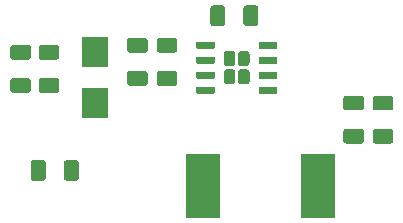
<source format=gbr>
G04 #@! TF.GenerationSoftware,KiCad,Pcbnew,(5.1.5)-3*
G04 #@! TF.CreationDate,2020-10-29T10:50:42+02:00*
G04 #@! TF.ProjectId,al8843,616c3838-3433-42e6-9b69-6361645f7063,rev?*
G04 #@! TF.SameCoordinates,Original*
G04 #@! TF.FileFunction,Paste,Top*
G04 #@! TF.FilePolarity,Positive*
%FSLAX46Y46*%
G04 Gerber Fmt 4.6, Leading zero omitted, Abs format (unit mm)*
G04 Created by KiCad (PCBNEW (5.1.5)-3) date 2020-10-29 10:50:42*
%MOMM*%
%LPD*%
G04 APERTURE LIST*
%ADD10C,0.100000*%
%ADD11R,2.300000X2.500000*%
%ADD12R,2.900000X5.400000*%
G04 APERTURE END LIST*
D10*
G36*
X130749504Y-34076204D02*
G01*
X130773773Y-34079804D01*
X130797571Y-34085765D01*
X130820671Y-34094030D01*
X130842849Y-34104520D01*
X130863893Y-34117133D01*
X130883598Y-34131747D01*
X130901777Y-34148223D01*
X130918253Y-34166402D01*
X130932867Y-34186107D01*
X130945480Y-34207151D01*
X130955970Y-34229329D01*
X130964235Y-34252429D01*
X130970196Y-34276227D01*
X130973796Y-34300496D01*
X130975000Y-34325000D01*
X130975000Y-35075000D01*
X130973796Y-35099504D01*
X130970196Y-35123773D01*
X130964235Y-35147571D01*
X130955970Y-35170671D01*
X130945480Y-35192849D01*
X130932867Y-35213893D01*
X130918253Y-35233598D01*
X130901777Y-35251777D01*
X130883598Y-35268253D01*
X130863893Y-35282867D01*
X130842849Y-35295480D01*
X130820671Y-35305970D01*
X130797571Y-35314235D01*
X130773773Y-35320196D01*
X130749504Y-35323796D01*
X130725000Y-35325000D01*
X129475000Y-35325000D01*
X129450496Y-35323796D01*
X129426227Y-35320196D01*
X129402429Y-35314235D01*
X129379329Y-35305970D01*
X129357151Y-35295480D01*
X129336107Y-35282867D01*
X129316402Y-35268253D01*
X129298223Y-35251777D01*
X129281747Y-35233598D01*
X129267133Y-35213893D01*
X129254520Y-35192849D01*
X129244030Y-35170671D01*
X129235765Y-35147571D01*
X129229804Y-35123773D01*
X129226204Y-35099504D01*
X129225000Y-35075000D01*
X129225000Y-34325000D01*
X129226204Y-34300496D01*
X129229804Y-34276227D01*
X129235765Y-34252429D01*
X129244030Y-34229329D01*
X129254520Y-34207151D01*
X129267133Y-34186107D01*
X129281747Y-34166402D01*
X129298223Y-34148223D01*
X129316402Y-34131747D01*
X129336107Y-34117133D01*
X129357151Y-34104520D01*
X129379329Y-34094030D01*
X129402429Y-34085765D01*
X129426227Y-34079804D01*
X129450496Y-34076204D01*
X129475000Y-34075000D01*
X130725000Y-34075000D01*
X130749504Y-34076204D01*
G37*
G36*
X130749504Y-36876204D02*
G01*
X130773773Y-36879804D01*
X130797571Y-36885765D01*
X130820671Y-36894030D01*
X130842849Y-36904520D01*
X130863893Y-36917133D01*
X130883598Y-36931747D01*
X130901777Y-36948223D01*
X130918253Y-36966402D01*
X130932867Y-36986107D01*
X130945480Y-37007151D01*
X130955970Y-37029329D01*
X130964235Y-37052429D01*
X130970196Y-37076227D01*
X130973796Y-37100496D01*
X130975000Y-37125000D01*
X130975000Y-37875000D01*
X130973796Y-37899504D01*
X130970196Y-37923773D01*
X130964235Y-37947571D01*
X130955970Y-37970671D01*
X130945480Y-37992849D01*
X130932867Y-38013893D01*
X130918253Y-38033598D01*
X130901777Y-38051777D01*
X130883598Y-38068253D01*
X130863893Y-38082867D01*
X130842849Y-38095480D01*
X130820671Y-38105970D01*
X130797571Y-38114235D01*
X130773773Y-38120196D01*
X130749504Y-38123796D01*
X130725000Y-38125000D01*
X129475000Y-38125000D01*
X129450496Y-38123796D01*
X129426227Y-38120196D01*
X129402429Y-38114235D01*
X129379329Y-38105970D01*
X129357151Y-38095480D01*
X129336107Y-38082867D01*
X129316402Y-38068253D01*
X129298223Y-38051777D01*
X129281747Y-38033598D01*
X129267133Y-38013893D01*
X129254520Y-37992849D01*
X129244030Y-37970671D01*
X129235765Y-37947571D01*
X129229804Y-37923773D01*
X129226204Y-37899504D01*
X129225000Y-37875000D01*
X129225000Y-37125000D01*
X129226204Y-37100496D01*
X129229804Y-37076227D01*
X129235765Y-37052429D01*
X129244030Y-37029329D01*
X129254520Y-37007151D01*
X129267133Y-36986107D01*
X129281747Y-36966402D01*
X129298223Y-36948223D01*
X129316402Y-36931747D01*
X129336107Y-36917133D01*
X129357151Y-36904520D01*
X129379329Y-36894030D01*
X129402429Y-36885765D01*
X129426227Y-36879804D01*
X129450496Y-36876204D01*
X129475000Y-36875000D01*
X130725000Y-36875000D01*
X130749504Y-36876204D01*
G37*
G36*
X128349504Y-36876204D02*
G01*
X128373773Y-36879804D01*
X128397571Y-36885765D01*
X128420671Y-36894030D01*
X128442849Y-36904520D01*
X128463893Y-36917133D01*
X128483598Y-36931747D01*
X128501777Y-36948223D01*
X128518253Y-36966402D01*
X128532867Y-36986107D01*
X128545480Y-37007151D01*
X128555970Y-37029329D01*
X128564235Y-37052429D01*
X128570196Y-37076227D01*
X128573796Y-37100496D01*
X128575000Y-37125000D01*
X128575000Y-37875000D01*
X128573796Y-37899504D01*
X128570196Y-37923773D01*
X128564235Y-37947571D01*
X128555970Y-37970671D01*
X128545480Y-37992849D01*
X128532867Y-38013893D01*
X128518253Y-38033598D01*
X128501777Y-38051777D01*
X128483598Y-38068253D01*
X128463893Y-38082867D01*
X128442849Y-38095480D01*
X128420671Y-38105970D01*
X128397571Y-38114235D01*
X128373773Y-38120196D01*
X128349504Y-38123796D01*
X128325000Y-38125000D01*
X127075000Y-38125000D01*
X127050496Y-38123796D01*
X127026227Y-38120196D01*
X127002429Y-38114235D01*
X126979329Y-38105970D01*
X126957151Y-38095480D01*
X126936107Y-38082867D01*
X126916402Y-38068253D01*
X126898223Y-38051777D01*
X126881747Y-38033598D01*
X126867133Y-38013893D01*
X126854520Y-37992849D01*
X126844030Y-37970671D01*
X126835765Y-37947571D01*
X126829804Y-37923773D01*
X126826204Y-37899504D01*
X126825000Y-37875000D01*
X126825000Y-37125000D01*
X126826204Y-37100496D01*
X126829804Y-37076227D01*
X126835765Y-37052429D01*
X126844030Y-37029329D01*
X126854520Y-37007151D01*
X126867133Y-36986107D01*
X126881747Y-36966402D01*
X126898223Y-36948223D01*
X126916402Y-36931747D01*
X126936107Y-36917133D01*
X126957151Y-36904520D01*
X126979329Y-36894030D01*
X127002429Y-36885765D01*
X127026227Y-36879804D01*
X127050496Y-36876204D01*
X127075000Y-36875000D01*
X128325000Y-36875000D01*
X128349504Y-36876204D01*
G37*
G36*
X128349504Y-34076204D02*
G01*
X128373773Y-34079804D01*
X128397571Y-34085765D01*
X128420671Y-34094030D01*
X128442849Y-34104520D01*
X128463893Y-34117133D01*
X128483598Y-34131747D01*
X128501777Y-34148223D01*
X128518253Y-34166402D01*
X128532867Y-34186107D01*
X128545480Y-34207151D01*
X128555970Y-34229329D01*
X128564235Y-34252429D01*
X128570196Y-34276227D01*
X128573796Y-34300496D01*
X128575000Y-34325000D01*
X128575000Y-35075000D01*
X128573796Y-35099504D01*
X128570196Y-35123773D01*
X128564235Y-35147571D01*
X128555970Y-35170671D01*
X128545480Y-35192849D01*
X128532867Y-35213893D01*
X128518253Y-35233598D01*
X128501777Y-35251777D01*
X128483598Y-35268253D01*
X128463893Y-35282867D01*
X128442849Y-35295480D01*
X128420671Y-35305970D01*
X128397571Y-35314235D01*
X128373773Y-35320196D01*
X128349504Y-35323796D01*
X128325000Y-35325000D01*
X127075000Y-35325000D01*
X127050496Y-35323796D01*
X127026227Y-35320196D01*
X127002429Y-35314235D01*
X126979329Y-35305970D01*
X126957151Y-35295480D01*
X126936107Y-35282867D01*
X126916402Y-35268253D01*
X126898223Y-35251777D01*
X126881747Y-35233598D01*
X126867133Y-35213893D01*
X126854520Y-35192849D01*
X126844030Y-35170671D01*
X126835765Y-35147571D01*
X126829804Y-35123773D01*
X126826204Y-35099504D01*
X126825000Y-35075000D01*
X126825000Y-34325000D01*
X126826204Y-34300496D01*
X126829804Y-34276227D01*
X126835765Y-34252429D01*
X126844030Y-34229329D01*
X126854520Y-34207151D01*
X126867133Y-34186107D01*
X126881747Y-34166402D01*
X126898223Y-34148223D01*
X126916402Y-34131747D01*
X126936107Y-34117133D01*
X126957151Y-34104520D01*
X126979329Y-34094030D01*
X127002429Y-34085765D01*
X127026227Y-34079804D01*
X127050496Y-34076204D01*
X127075000Y-34075000D01*
X128325000Y-34075000D01*
X128349504Y-34076204D01*
G37*
G36*
X140749504Y-33476204D02*
G01*
X140773773Y-33479804D01*
X140797571Y-33485765D01*
X140820671Y-33494030D01*
X140842849Y-33504520D01*
X140863893Y-33517133D01*
X140883598Y-33531747D01*
X140901777Y-33548223D01*
X140918253Y-33566402D01*
X140932867Y-33586107D01*
X140945480Y-33607151D01*
X140955970Y-33629329D01*
X140964235Y-33652429D01*
X140970196Y-33676227D01*
X140973796Y-33700496D01*
X140975000Y-33725000D01*
X140975000Y-34475000D01*
X140973796Y-34499504D01*
X140970196Y-34523773D01*
X140964235Y-34547571D01*
X140955970Y-34570671D01*
X140945480Y-34592849D01*
X140932867Y-34613893D01*
X140918253Y-34633598D01*
X140901777Y-34651777D01*
X140883598Y-34668253D01*
X140863893Y-34682867D01*
X140842849Y-34695480D01*
X140820671Y-34705970D01*
X140797571Y-34714235D01*
X140773773Y-34720196D01*
X140749504Y-34723796D01*
X140725000Y-34725000D01*
X139475000Y-34725000D01*
X139450496Y-34723796D01*
X139426227Y-34720196D01*
X139402429Y-34714235D01*
X139379329Y-34705970D01*
X139357151Y-34695480D01*
X139336107Y-34682867D01*
X139316402Y-34668253D01*
X139298223Y-34651777D01*
X139281747Y-34633598D01*
X139267133Y-34613893D01*
X139254520Y-34592849D01*
X139244030Y-34570671D01*
X139235765Y-34547571D01*
X139229804Y-34523773D01*
X139226204Y-34499504D01*
X139225000Y-34475000D01*
X139225000Y-33725000D01*
X139226204Y-33700496D01*
X139229804Y-33676227D01*
X139235765Y-33652429D01*
X139244030Y-33629329D01*
X139254520Y-33607151D01*
X139267133Y-33586107D01*
X139281747Y-33566402D01*
X139298223Y-33548223D01*
X139316402Y-33531747D01*
X139336107Y-33517133D01*
X139357151Y-33504520D01*
X139379329Y-33494030D01*
X139402429Y-33485765D01*
X139426227Y-33479804D01*
X139450496Y-33476204D01*
X139475000Y-33475000D01*
X140725000Y-33475000D01*
X140749504Y-33476204D01*
G37*
G36*
X140749504Y-36276204D02*
G01*
X140773773Y-36279804D01*
X140797571Y-36285765D01*
X140820671Y-36294030D01*
X140842849Y-36304520D01*
X140863893Y-36317133D01*
X140883598Y-36331747D01*
X140901777Y-36348223D01*
X140918253Y-36366402D01*
X140932867Y-36386107D01*
X140945480Y-36407151D01*
X140955970Y-36429329D01*
X140964235Y-36452429D01*
X140970196Y-36476227D01*
X140973796Y-36500496D01*
X140975000Y-36525000D01*
X140975000Y-37275000D01*
X140973796Y-37299504D01*
X140970196Y-37323773D01*
X140964235Y-37347571D01*
X140955970Y-37370671D01*
X140945480Y-37392849D01*
X140932867Y-37413893D01*
X140918253Y-37433598D01*
X140901777Y-37451777D01*
X140883598Y-37468253D01*
X140863893Y-37482867D01*
X140842849Y-37495480D01*
X140820671Y-37505970D01*
X140797571Y-37514235D01*
X140773773Y-37520196D01*
X140749504Y-37523796D01*
X140725000Y-37525000D01*
X139475000Y-37525000D01*
X139450496Y-37523796D01*
X139426227Y-37520196D01*
X139402429Y-37514235D01*
X139379329Y-37505970D01*
X139357151Y-37495480D01*
X139336107Y-37482867D01*
X139316402Y-37468253D01*
X139298223Y-37451777D01*
X139281747Y-37433598D01*
X139267133Y-37413893D01*
X139254520Y-37392849D01*
X139244030Y-37370671D01*
X139235765Y-37347571D01*
X139229804Y-37323773D01*
X139226204Y-37299504D01*
X139225000Y-37275000D01*
X139225000Y-36525000D01*
X139226204Y-36500496D01*
X139229804Y-36476227D01*
X139235765Y-36452429D01*
X139244030Y-36429329D01*
X139254520Y-36407151D01*
X139267133Y-36386107D01*
X139281747Y-36366402D01*
X139298223Y-36348223D01*
X139316402Y-36331747D01*
X139336107Y-36317133D01*
X139357151Y-36304520D01*
X139379329Y-36294030D01*
X139402429Y-36285765D01*
X139426227Y-36279804D01*
X139450496Y-36276204D01*
X139475000Y-36275000D01*
X140725000Y-36275000D01*
X140749504Y-36276204D01*
G37*
G36*
X138249504Y-33476204D02*
G01*
X138273773Y-33479804D01*
X138297571Y-33485765D01*
X138320671Y-33494030D01*
X138342849Y-33504520D01*
X138363893Y-33517133D01*
X138383598Y-33531747D01*
X138401777Y-33548223D01*
X138418253Y-33566402D01*
X138432867Y-33586107D01*
X138445480Y-33607151D01*
X138455970Y-33629329D01*
X138464235Y-33652429D01*
X138470196Y-33676227D01*
X138473796Y-33700496D01*
X138475000Y-33725000D01*
X138475000Y-34475000D01*
X138473796Y-34499504D01*
X138470196Y-34523773D01*
X138464235Y-34547571D01*
X138455970Y-34570671D01*
X138445480Y-34592849D01*
X138432867Y-34613893D01*
X138418253Y-34633598D01*
X138401777Y-34651777D01*
X138383598Y-34668253D01*
X138363893Y-34682867D01*
X138342849Y-34695480D01*
X138320671Y-34705970D01*
X138297571Y-34714235D01*
X138273773Y-34720196D01*
X138249504Y-34723796D01*
X138225000Y-34725000D01*
X136975000Y-34725000D01*
X136950496Y-34723796D01*
X136926227Y-34720196D01*
X136902429Y-34714235D01*
X136879329Y-34705970D01*
X136857151Y-34695480D01*
X136836107Y-34682867D01*
X136816402Y-34668253D01*
X136798223Y-34651777D01*
X136781747Y-34633598D01*
X136767133Y-34613893D01*
X136754520Y-34592849D01*
X136744030Y-34570671D01*
X136735765Y-34547571D01*
X136729804Y-34523773D01*
X136726204Y-34499504D01*
X136725000Y-34475000D01*
X136725000Y-33725000D01*
X136726204Y-33700496D01*
X136729804Y-33676227D01*
X136735765Y-33652429D01*
X136744030Y-33629329D01*
X136754520Y-33607151D01*
X136767133Y-33586107D01*
X136781747Y-33566402D01*
X136798223Y-33548223D01*
X136816402Y-33531747D01*
X136836107Y-33517133D01*
X136857151Y-33504520D01*
X136879329Y-33494030D01*
X136902429Y-33485765D01*
X136926227Y-33479804D01*
X136950496Y-33476204D01*
X136975000Y-33475000D01*
X138225000Y-33475000D01*
X138249504Y-33476204D01*
G37*
G36*
X138249504Y-36276204D02*
G01*
X138273773Y-36279804D01*
X138297571Y-36285765D01*
X138320671Y-36294030D01*
X138342849Y-36304520D01*
X138363893Y-36317133D01*
X138383598Y-36331747D01*
X138401777Y-36348223D01*
X138418253Y-36366402D01*
X138432867Y-36386107D01*
X138445480Y-36407151D01*
X138455970Y-36429329D01*
X138464235Y-36452429D01*
X138470196Y-36476227D01*
X138473796Y-36500496D01*
X138475000Y-36525000D01*
X138475000Y-37275000D01*
X138473796Y-37299504D01*
X138470196Y-37323773D01*
X138464235Y-37347571D01*
X138455970Y-37370671D01*
X138445480Y-37392849D01*
X138432867Y-37413893D01*
X138418253Y-37433598D01*
X138401777Y-37451777D01*
X138383598Y-37468253D01*
X138363893Y-37482867D01*
X138342849Y-37495480D01*
X138320671Y-37505970D01*
X138297571Y-37514235D01*
X138273773Y-37520196D01*
X138249504Y-37523796D01*
X138225000Y-37525000D01*
X136975000Y-37525000D01*
X136950496Y-37523796D01*
X136926227Y-37520196D01*
X136902429Y-37514235D01*
X136879329Y-37505970D01*
X136857151Y-37495480D01*
X136836107Y-37482867D01*
X136816402Y-37468253D01*
X136798223Y-37451777D01*
X136781747Y-37433598D01*
X136767133Y-37413893D01*
X136754520Y-37392849D01*
X136744030Y-37370671D01*
X136735765Y-37347571D01*
X136729804Y-37323773D01*
X136726204Y-37299504D01*
X136725000Y-37275000D01*
X136725000Y-36525000D01*
X136726204Y-36500496D01*
X136729804Y-36476227D01*
X136735765Y-36452429D01*
X136744030Y-36429329D01*
X136754520Y-36407151D01*
X136767133Y-36386107D01*
X136781747Y-36366402D01*
X136798223Y-36348223D01*
X136816402Y-36331747D01*
X136836107Y-36317133D01*
X136857151Y-36304520D01*
X136879329Y-36294030D01*
X136902429Y-36285765D01*
X136926227Y-36279804D01*
X136950496Y-36276204D01*
X136975000Y-36275000D01*
X138225000Y-36275000D01*
X138249504Y-36276204D01*
G37*
G36*
X156549504Y-41176204D02*
G01*
X156573773Y-41179804D01*
X156597571Y-41185765D01*
X156620671Y-41194030D01*
X156642849Y-41204520D01*
X156663893Y-41217133D01*
X156683598Y-41231747D01*
X156701777Y-41248223D01*
X156718253Y-41266402D01*
X156732867Y-41286107D01*
X156745480Y-41307151D01*
X156755970Y-41329329D01*
X156764235Y-41352429D01*
X156770196Y-41376227D01*
X156773796Y-41400496D01*
X156775000Y-41425000D01*
X156775000Y-42175000D01*
X156773796Y-42199504D01*
X156770196Y-42223773D01*
X156764235Y-42247571D01*
X156755970Y-42270671D01*
X156745480Y-42292849D01*
X156732867Y-42313893D01*
X156718253Y-42333598D01*
X156701777Y-42351777D01*
X156683598Y-42368253D01*
X156663893Y-42382867D01*
X156642849Y-42395480D01*
X156620671Y-42405970D01*
X156597571Y-42414235D01*
X156573773Y-42420196D01*
X156549504Y-42423796D01*
X156525000Y-42425000D01*
X155275000Y-42425000D01*
X155250496Y-42423796D01*
X155226227Y-42420196D01*
X155202429Y-42414235D01*
X155179329Y-42405970D01*
X155157151Y-42395480D01*
X155136107Y-42382867D01*
X155116402Y-42368253D01*
X155098223Y-42351777D01*
X155081747Y-42333598D01*
X155067133Y-42313893D01*
X155054520Y-42292849D01*
X155044030Y-42270671D01*
X155035765Y-42247571D01*
X155029804Y-42223773D01*
X155026204Y-42199504D01*
X155025000Y-42175000D01*
X155025000Y-41425000D01*
X155026204Y-41400496D01*
X155029804Y-41376227D01*
X155035765Y-41352429D01*
X155044030Y-41329329D01*
X155054520Y-41307151D01*
X155067133Y-41286107D01*
X155081747Y-41266402D01*
X155098223Y-41248223D01*
X155116402Y-41231747D01*
X155136107Y-41217133D01*
X155157151Y-41204520D01*
X155179329Y-41194030D01*
X155202429Y-41185765D01*
X155226227Y-41179804D01*
X155250496Y-41176204D01*
X155275000Y-41175000D01*
X156525000Y-41175000D01*
X156549504Y-41176204D01*
G37*
G36*
X156549504Y-38376204D02*
G01*
X156573773Y-38379804D01*
X156597571Y-38385765D01*
X156620671Y-38394030D01*
X156642849Y-38404520D01*
X156663893Y-38417133D01*
X156683598Y-38431747D01*
X156701777Y-38448223D01*
X156718253Y-38466402D01*
X156732867Y-38486107D01*
X156745480Y-38507151D01*
X156755970Y-38529329D01*
X156764235Y-38552429D01*
X156770196Y-38576227D01*
X156773796Y-38600496D01*
X156775000Y-38625000D01*
X156775000Y-39375000D01*
X156773796Y-39399504D01*
X156770196Y-39423773D01*
X156764235Y-39447571D01*
X156755970Y-39470671D01*
X156745480Y-39492849D01*
X156732867Y-39513893D01*
X156718253Y-39533598D01*
X156701777Y-39551777D01*
X156683598Y-39568253D01*
X156663893Y-39582867D01*
X156642849Y-39595480D01*
X156620671Y-39605970D01*
X156597571Y-39614235D01*
X156573773Y-39620196D01*
X156549504Y-39623796D01*
X156525000Y-39625000D01*
X155275000Y-39625000D01*
X155250496Y-39623796D01*
X155226227Y-39620196D01*
X155202429Y-39614235D01*
X155179329Y-39605970D01*
X155157151Y-39595480D01*
X155136107Y-39582867D01*
X155116402Y-39568253D01*
X155098223Y-39551777D01*
X155081747Y-39533598D01*
X155067133Y-39513893D01*
X155054520Y-39492849D01*
X155044030Y-39470671D01*
X155035765Y-39447571D01*
X155029804Y-39423773D01*
X155026204Y-39399504D01*
X155025000Y-39375000D01*
X155025000Y-38625000D01*
X155026204Y-38600496D01*
X155029804Y-38576227D01*
X155035765Y-38552429D01*
X155044030Y-38529329D01*
X155054520Y-38507151D01*
X155067133Y-38486107D01*
X155081747Y-38466402D01*
X155098223Y-38448223D01*
X155116402Y-38431747D01*
X155136107Y-38417133D01*
X155157151Y-38404520D01*
X155179329Y-38394030D01*
X155202429Y-38385765D01*
X155226227Y-38379804D01*
X155250496Y-38376204D01*
X155275000Y-38375000D01*
X156525000Y-38375000D01*
X156549504Y-38376204D01*
G37*
G36*
X159049504Y-41176204D02*
G01*
X159073773Y-41179804D01*
X159097571Y-41185765D01*
X159120671Y-41194030D01*
X159142849Y-41204520D01*
X159163893Y-41217133D01*
X159183598Y-41231747D01*
X159201777Y-41248223D01*
X159218253Y-41266402D01*
X159232867Y-41286107D01*
X159245480Y-41307151D01*
X159255970Y-41329329D01*
X159264235Y-41352429D01*
X159270196Y-41376227D01*
X159273796Y-41400496D01*
X159275000Y-41425000D01*
X159275000Y-42175000D01*
X159273796Y-42199504D01*
X159270196Y-42223773D01*
X159264235Y-42247571D01*
X159255970Y-42270671D01*
X159245480Y-42292849D01*
X159232867Y-42313893D01*
X159218253Y-42333598D01*
X159201777Y-42351777D01*
X159183598Y-42368253D01*
X159163893Y-42382867D01*
X159142849Y-42395480D01*
X159120671Y-42405970D01*
X159097571Y-42414235D01*
X159073773Y-42420196D01*
X159049504Y-42423796D01*
X159025000Y-42425000D01*
X157775000Y-42425000D01*
X157750496Y-42423796D01*
X157726227Y-42420196D01*
X157702429Y-42414235D01*
X157679329Y-42405970D01*
X157657151Y-42395480D01*
X157636107Y-42382867D01*
X157616402Y-42368253D01*
X157598223Y-42351777D01*
X157581747Y-42333598D01*
X157567133Y-42313893D01*
X157554520Y-42292849D01*
X157544030Y-42270671D01*
X157535765Y-42247571D01*
X157529804Y-42223773D01*
X157526204Y-42199504D01*
X157525000Y-42175000D01*
X157525000Y-41425000D01*
X157526204Y-41400496D01*
X157529804Y-41376227D01*
X157535765Y-41352429D01*
X157544030Y-41329329D01*
X157554520Y-41307151D01*
X157567133Y-41286107D01*
X157581747Y-41266402D01*
X157598223Y-41248223D01*
X157616402Y-41231747D01*
X157636107Y-41217133D01*
X157657151Y-41204520D01*
X157679329Y-41194030D01*
X157702429Y-41185765D01*
X157726227Y-41179804D01*
X157750496Y-41176204D01*
X157775000Y-41175000D01*
X159025000Y-41175000D01*
X159049504Y-41176204D01*
G37*
G36*
X159049504Y-38376204D02*
G01*
X159073773Y-38379804D01*
X159097571Y-38385765D01*
X159120671Y-38394030D01*
X159142849Y-38404520D01*
X159163893Y-38417133D01*
X159183598Y-38431747D01*
X159201777Y-38448223D01*
X159218253Y-38466402D01*
X159232867Y-38486107D01*
X159245480Y-38507151D01*
X159255970Y-38529329D01*
X159264235Y-38552429D01*
X159270196Y-38576227D01*
X159273796Y-38600496D01*
X159275000Y-38625000D01*
X159275000Y-39375000D01*
X159273796Y-39399504D01*
X159270196Y-39423773D01*
X159264235Y-39447571D01*
X159255970Y-39470671D01*
X159245480Y-39492849D01*
X159232867Y-39513893D01*
X159218253Y-39533598D01*
X159201777Y-39551777D01*
X159183598Y-39568253D01*
X159163893Y-39582867D01*
X159142849Y-39595480D01*
X159120671Y-39605970D01*
X159097571Y-39614235D01*
X159073773Y-39620196D01*
X159049504Y-39623796D01*
X159025000Y-39625000D01*
X157775000Y-39625000D01*
X157750496Y-39623796D01*
X157726227Y-39620196D01*
X157702429Y-39614235D01*
X157679329Y-39605970D01*
X157657151Y-39595480D01*
X157636107Y-39582867D01*
X157616402Y-39568253D01*
X157598223Y-39551777D01*
X157581747Y-39533598D01*
X157567133Y-39513893D01*
X157554520Y-39492849D01*
X157544030Y-39470671D01*
X157535765Y-39447571D01*
X157529804Y-39423773D01*
X157526204Y-39399504D01*
X157525000Y-39375000D01*
X157525000Y-38625000D01*
X157526204Y-38600496D01*
X157529804Y-38576227D01*
X157535765Y-38552429D01*
X157544030Y-38529329D01*
X157554520Y-38507151D01*
X157567133Y-38486107D01*
X157581747Y-38466402D01*
X157598223Y-38448223D01*
X157616402Y-38431747D01*
X157636107Y-38417133D01*
X157657151Y-38404520D01*
X157679329Y-38394030D01*
X157702429Y-38385765D01*
X157726227Y-38379804D01*
X157750496Y-38376204D01*
X157775000Y-38375000D01*
X159025000Y-38375000D01*
X159049504Y-38376204D01*
G37*
D11*
X134000000Y-34700000D03*
X134000000Y-39000000D03*
D12*
X152850000Y-46000000D03*
X143150000Y-46000000D03*
D10*
G36*
X132399504Y-43826204D02*
G01*
X132423773Y-43829804D01*
X132447571Y-43835765D01*
X132470671Y-43844030D01*
X132492849Y-43854520D01*
X132513893Y-43867133D01*
X132533598Y-43881747D01*
X132551777Y-43898223D01*
X132568253Y-43916402D01*
X132582867Y-43936107D01*
X132595480Y-43957151D01*
X132605970Y-43979329D01*
X132614235Y-44002429D01*
X132620196Y-44026227D01*
X132623796Y-44050496D01*
X132625000Y-44075000D01*
X132625000Y-45325000D01*
X132623796Y-45349504D01*
X132620196Y-45373773D01*
X132614235Y-45397571D01*
X132605970Y-45420671D01*
X132595480Y-45442849D01*
X132582867Y-45463893D01*
X132568253Y-45483598D01*
X132551777Y-45501777D01*
X132533598Y-45518253D01*
X132513893Y-45532867D01*
X132492849Y-45545480D01*
X132470671Y-45555970D01*
X132447571Y-45564235D01*
X132423773Y-45570196D01*
X132399504Y-45573796D01*
X132375000Y-45575000D01*
X131625000Y-45575000D01*
X131600496Y-45573796D01*
X131576227Y-45570196D01*
X131552429Y-45564235D01*
X131529329Y-45555970D01*
X131507151Y-45545480D01*
X131486107Y-45532867D01*
X131466402Y-45518253D01*
X131448223Y-45501777D01*
X131431747Y-45483598D01*
X131417133Y-45463893D01*
X131404520Y-45442849D01*
X131394030Y-45420671D01*
X131385765Y-45397571D01*
X131379804Y-45373773D01*
X131376204Y-45349504D01*
X131375000Y-45325000D01*
X131375000Y-44075000D01*
X131376204Y-44050496D01*
X131379804Y-44026227D01*
X131385765Y-44002429D01*
X131394030Y-43979329D01*
X131404520Y-43957151D01*
X131417133Y-43936107D01*
X131431747Y-43916402D01*
X131448223Y-43898223D01*
X131466402Y-43881747D01*
X131486107Y-43867133D01*
X131507151Y-43854520D01*
X131529329Y-43844030D01*
X131552429Y-43835765D01*
X131576227Y-43829804D01*
X131600496Y-43826204D01*
X131625000Y-43825000D01*
X132375000Y-43825000D01*
X132399504Y-43826204D01*
G37*
G36*
X129599504Y-43826204D02*
G01*
X129623773Y-43829804D01*
X129647571Y-43835765D01*
X129670671Y-43844030D01*
X129692849Y-43854520D01*
X129713893Y-43867133D01*
X129733598Y-43881747D01*
X129751777Y-43898223D01*
X129768253Y-43916402D01*
X129782867Y-43936107D01*
X129795480Y-43957151D01*
X129805970Y-43979329D01*
X129814235Y-44002429D01*
X129820196Y-44026227D01*
X129823796Y-44050496D01*
X129825000Y-44075000D01*
X129825000Y-45325000D01*
X129823796Y-45349504D01*
X129820196Y-45373773D01*
X129814235Y-45397571D01*
X129805970Y-45420671D01*
X129795480Y-45442849D01*
X129782867Y-45463893D01*
X129768253Y-45483598D01*
X129751777Y-45501777D01*
X129733598Y-45518253D01*
X129713893Y-45532867D01*
X129692849Y-45545480D01*
X129670671Y-45555970D01*
X129647571Y-45564235D01*
X129623773Y-45570196D01*
X129599504Y-45573796D01*
X129575000Y-45575000D01*
X128825000Y-45575000D01*
X128800496Y-45573796D01*
X128776227Y-45570196D01*
X128752429Y-45564235D01*
X128729329Y-45555970D01*
X128707151Y-45545480D01*
X128686107Y-45532867D01*
X128666402Y-45518253D01*
X128648223Y-45501777D01*
X128631747Y-45483598D01*
X128617133Y-45463893D01*
X128604520Y-45442849D01*
X128594030Y-45420671D01*
X128585765Y-45397571D01*
X128579804Y-45373773D01*
X128576204Y-45349504D01*
X128575000Y-45325000D01*
X128575000Y-44075000D01*
X128576204Y-44050496D01*
X128579804Y-44026227D01*
X128585765Y-44002429D01*
X128594030Y-43979329D01*
X128604520Y-43957151D01*
X128617133Y-43936107D01*
X128631747Y-43916402D01*
X128648223Y-43898223D01*
X128666402Y-43881747D01*
X128686107Y-43867133D01*
X128707151Y-43854520D01*
X128729329Y-43844030D01*
X128752429Y-43835765D01*
X128776227Y-43829804D01*
X128800496Y-43826204D01*
X128825000Y-43825000D01*
X129575000Y-43825000D01*
X129599504Y-43826204D01*
G37*
G36*
X147599504Y-30726204D02*
G01*
X147623773Y-30729804D01*
X147647571Y-30735765D01*
X147670671Y-30744030D01*
X147692849Y-30754520D01*
X147713893Y-30767133D01*
X147733598Y-30781747D01*
X147751777Y-30798223D01*
X147768253Y-30816402D01*
X147782867Y-30836107D01*
X147795480Y-30857151D01*
X147805970Y-30879329D01*
X147814235Y-30902429D01*
X147820196Y-30926227D01*
X147823796Y-30950496D01*
X147825000Y-30975000D01*
X147825000Y-32225000D01*
X147823796Y-32249504D01*
X147820196Y-32273773D01*
X147814235Y-32297571D01*
X147805970Y-32320671D01*
X147795480Y-32342849D01*
X147782867Y-32363893D01*
X147768253Y-32383598D01*
X147751777Y-32401777D01*
X147733598Y-32418253D01*
X147713893Y-32432867D01*
X147692849Y-32445480D01*
X147670671Y-32455970D01*
X147647571Y-32464235D01*
X147623773Y-32470196D01*
X147599504Y-32473796D01*
X147575000Y-32475000D01*
X146825000Y-32475000D01*
X146800496Y-32473796D01*
X146776227Y-32470196D01*
X146752429Y-32464235D01*
X146729329Y-32455970D01*
X146707151Y-32445480D01*
X146686107Y-32432867D01*
X146666402Y-32418253D01*
X146648223Y-32401777D01*
X146631747Y-32383598D01*
X146617133Y-32363893D01*
X146604520Y-32342849D01*
X146594030Y-32320671D01*
X146585765Y-32297571D01*
X146579804Y-32273773D01*
X146576204Y-32249504D01*
X146575000Y-32225000D01*
X146575000Y-30975000D01*
X146576204Y-30950496D01*
X146579804Y-30926227D01*
X146585765Y-30902429D01*
X146594030Y-30879329D01*
X146604520Y-30857151D01*
X146617133Y-30836107D01*
X146631747Y-30816402D01*
X146648223Y-30798223D01*
X146666402Y-30781747D01*
X146686107Y-30767133D01*
X146707151Y-30754520D01*
X146729329Y-30744030D01*
X146752429Y-30735765D01*
X146776227Y-30729804D01*
X146800496Y-30726204D01*
X146825000Y-30725000D01*
X147575000Y-30725000D01*
X147599504Y-30726204D01*
G37*
G36*
X144799504Y-30726204D02*
G01*
X144823773Y-30729804D01*
X144847571Y-30735765D01*
X144870671Y-30744030D01*
X144892849Y-30754520D01*
X144913893Y-30767133D01*
X144933598Y-30781747D01*
X144951777Y-30798223D01*
X144968253Y-30816402D01*
X144982867Y-30836107D01*
X144995480Y-30857151D01*
X145005970Y-30879329D01*
X145014235Y-30902429D01*
X145020196Y-30926227D01*
X145023796Y-30950496D01*
X145025000Y-30975000D01*
X145025000Y-32225000D01*
X145023796Y-32249504D01*
X145020196Y-32273773D01*
X145014235Y-32297571D01*
X145005970Y-32320671D01*
X144995480Y-32342849D01*
X144982867Y-32363893D01*
X144968253Y-32383598D01*
X144951777Y-32401777D01*
X144933598Y-32418253D01*
X144913893Y-32432867D01*
X144892849Y-32445480D01*
X144870671Y-32455970D01*
X144847571Y-32464235D01*
X144823773Y-32470196D01*
X144799504Y-32473796D01*
X144775000Y-32475000D01*
X144025000Y-32475000D01*
X144000496Y-32473796D01*
X143976227Y-32470196D01*
X143952429Y-32464235D01*
X143929329Y-32455970D01*
X143907151Y-32445480D01*
X143886107Y-32432867D01*
X143866402Y-32418253D01*
X143848223Y-32401777D01*
X143831747Y-32383598D01*
X143817133Y-32363893D01*
X143804520Y-32342849D01*
X143794030Y-32320671D01*
X143785765Y-32297571D01*
X143779804Y-32273773D01*
X143776204Y-32249504D01*
X143775000Y-32225000D01*
X143775000Y-30975000D01*
X143776204Y-30950496D01*
X143779804Y-30926227D01*
X143785765Y-30902429D01*
X143794030Y-30879329D01*
X143804520Y-30857151D01*
X143817133Y-30836107D01*
X143831747Y-30816402D01*
X143848223Y-30798223D01*
X143866402Y-30781747D01*
X143886107Y-30767133D01*
X143907151Y-30754520D01*
X143929329Y-30744030D01*
X143952429Y-30735765D01*
X143976227Y-30729804D01*
X144000496Y-30726204D01*
X144025000Y-30725000D01*
X144775000Y-30725000D01*
X144799504Y-30726204D01*
G37*
G36*
X146866269Y-36151168D02*
G01*
X146889809Y-36154660D01*
X146912894Y-36160442D01*
X146935301Y-36168459D01*
X146956814Y-36178634D01*
X146977226Y-36190869D01*
X146996340Y-36205045D01*
X147013973Y-36221027D01*
X147029955Y-36238660D01*
X147044131Y-36257774D01*
X147056366Y-36278186D01*
X147066541Y-36299699D01*
X147074558Y-36322106D01*
X147080340Y-36345191D01*
X147083832Y-36368731D01*
X147085000Y-36392500D01*
X147085000Y-37157500D01*
X147083832Y-37181269D01*
X147080340Y-37204809D01*
X147074558Y-37227894D01*
X147066541Y-37250301D01*
X147056366Y-37271814D01*
X147044131Y-37292226D01*
X147029955Y-37311340D01*
X147013973Y-37328973D01*
X146996340Y-37344955D01*
X146977226Y-37359131D01*
X146956814Y-37371366D01*
X146935301Y-37381541D01*
X146912894Y-37389558D01*
X146889809Y-37395340D01*
X146866269Y-37398832D01*
X146842500Y-37400000D01*
X146357500Y-37400000D01*
X146333731Y-37398832D01*
X146310191Y-37395340D01*
X146287106Y-37389558D01*
X146264699Y-37381541D01*
X146243186Y-37371366D01*
X146222774Y-37359131D01*
X146203660Y-37344955D01*
X146186027Y-37328973D01*
X146170045Y-37311340D01*
X146155869Y-37292226D01*
X146143634Y-37271814D01*
X146133459Y-37250301D01*
X146125442Y-37227894D01*
X146119660Y-37204809D01*
X146116168Y-37181269D01*
X146115000Y-37157500D01*
X146115000Y-36392500D01*
X146116168Y-36368731D01*
X146119660Y-36345191D01*
X146125442Y-36322106D01*
X146133459Y-36299699D01*
X146143634Y-36278186D01*
X146155869Y-36257774D01*
X146170045Y-36238660D01*
X146186027Y-36221027D01*
X146203660Y-36205045D01*
X146222774Y-36190869D01*
X146243186Y-36178634D01*
X146264699Y-36168459D01*
X146287106Y-36160442D01*
X146310191Y-36154660D01*
X146333731Y-36151168D01*
X146357500Y-36150000D01*
X146842500Y-36150000D01*
X146866269Y-36151168D01*
G37*
G36*
X146866269Y-34601168D02*
G01*
X146889809Y-34604660D01*
X146912894Y-34610442D01*
X146935301Y-34618459D01*
X146956814Y-34628634D01*
X146977226Y-34640869D01*
X146996340Y-34655045D01*
X147013973Y-34671027D01*
X147029955Y-34688660D01*
X147044131Y-34707774D01*
X147056366Y-34728186D01*
X147066541Y-34749699D01*
X147074558Y-34772106D01*
X147080340Y-34795191D01*
X147083832Y-34818731D01*
X147085000Y-34842500D01*
X147085000Y-35607500D01*
X147083832Y-35631269D01*
X147080340Y-35654809D01*
X147074558Y-35677894D01*
X147066541Y-35700301D01*
X147056366Y-35721814D01*
X147044131Y-35742226D01*
X147029955Y-35761340D01*
X147013973Y-35778973D01*
X146996340Y-35794955D01*
X146977226Y-35809131D01*
X146956814Y-35821366D01*
X146935301Y-35831541D01*
X146912894Y-35839558D01*
X146889809Y-35845340D01*
X146866269Y-35848832D01*
X146842500Y-35850000D01*
X146357500Y-35850000D01*
X146333731Y-35848832D01*
X146310191Y-35845340D01*
X146287106Y-35839558D01*
X146264699Y-35831541D01*
X146243186Y-35821366D01*
X146222774Y-35809131D01*
X146203660Y-35794955D01*
X146186027Y-35778973D01*
X146170045Y-35761340D01*
X146155869Y-35742226D01*
X146143634Y-35721814D01*
X146133459Y-35700301D01*
X146125442Y-35677894D01*
X146119660Y-35654809D01*
X146116168Y-35631269D01*
X146115000Y-35607500D01*
X146115000Y-34842500D01*
X146116168Y-34818731D01*
X146119660Y-34795191D01*
X146125442Y-34772106D01*
X146133459Y-34749699D01*
X146143634Y-34728186D01*
X146155869Y-34707774D01*
X146170045Y-34688660D01*
X146186027Y-34671027D01*
X146203660Y-34655045D01*
X146222774Y-34640869D01*
X146243186Y-34628634D01*
X146264699Y-34618459D01*
X146287106Y-34610442D01*
X146310191Y-34604660D01*
X146333731Y-34601168D01*
X146357500Y-34600000D01*
X146842500Y-34600000D01*
X146866269Y-34601168D01*
G37*
G36*
X145666269Y-36151168D02*
G01*
X145689809Y-36154660D01*
X145712894Y-36160442D01*
X145735301Y-36168459D01*
X145756814Y-36178634D01*
X145777226Y-36190869D01*
X145796340Y-36205045D01*
X145813973Y-36221027D01*
X145829955Y-36238660D01*
X145844131Y-36257774D01*
X145856366Y-36278186D01*
X145866541Y-36299699D01*
X145874558Y-36322106D01*
X145880340Y-36345191D01*
X145883832Y-36368731D01*
X145885000Y-36392500D01*
X145885000Y-37157500D01*
X145883832Y-37181269D01*
X145880340Y-37204809D01*
X145874558Y-37227894D01*
X145866541Y-37250301D01*
X145856366Y-37271814D01*
X145844131Y-37292226D01*
X145829955Y-37311340D01*
X145813973Y-37328973D01*
X145796340Y-37344955D01*
X145777226Y-37359131D01*
X145756814Y-37371366D01*
X145735301Y-37381541D01*
X145712894Y-37389558D01*
X145689809Y-37395340D01*
X145666269Y-37398832D01*
X145642500Y-37400000D01*
X145157500Y-37400000D01*
X145133731Y-37398832D01*
X145110191Y-37395340D01*
X145087106Y-37389558D01*
X145064699Y-37381541D01*
X145043186Y-37371366D01*
X145022774Y-37359131D01*
X145003660Y-37344955D01*
X144986027Y-37328973D01*
X144970045Y-37311340D01*
X144955869Y-37292226D01*
X144943634Y-37271814D01*
X144933459Y-37250301D01*
X144925442Y-37227894D01*
X144919660Y-37204809D01*
X144916168Y-37181269D01*
X144915000Y-37157500D01*
X144915000Y-36392500D01*
X144916168Y-36368731D01*
X144919660Y-36345191D01*
X144925442Y-36322106D01*
X144933459Y-36299699D01*
X144943634Y-36278186D01*
X144955869Y-36257774D01*
X144970045Y-36238660D01*
X144986027Y-36221027D01*
X145003660Y-36205045D01*
X145022774Y-36190869D01*
X145043186Y-36178634D01*
X145064699Y-36168459D01*
X145087106Y-36160442D01*
X145110191Y-36154660D01*
X145133731Y-36151168D01*
X145157500Y-36150000D01*
X145642500Y-36150000D01*
X145666269Y-36151168D01*
G37*
G36*
X145666269Y-34601168D02*
G01*
X145689809Y-34604660D01*
X145712894Y-34610442D01*
X145735301Y-34618459D01*
X145756814Y-34628634D01*
X145777226Y-34640869D01*
X145796340Y-34655045D01*
X145813973Y-34671027D01*
X145829955Y-34688660D01*
X145844131Y-34707774D01*
X145856366Y-34728186D01*
X145866541Y-34749699D01*
X145874558Y-34772106D01*
X145880340Y-34795191D01*
X145883832Y-34818731D01*
X145885000Y-34842500D01*
X145885000Y-35607500D01*
X145883832Y-35631269D01*
X145880340Y-35654809D01*
X145874558Y-35677894D01*
X145866541Y-35700301D01*
X145856366Y-35721814D01*
X145844131Y-35742226D01*
X145829955Y-35761340D01*
X145813973Y-35778973D01*
X145796340Y-35794955D01*
X145777226Y-35809131D01*
X145756814Y-35821366D01*
X145735301Y-35831541D01*
X145712894Y-35839558D01*
X145689809Y-35845340D01*
X145666269Y-35848832D01*
X145642500Y-35850000D01*
X145157500Y-35850000D01*
X145133731Y-35848832D01*
X145110191Y-35845340D01*
X145087106Y-35839558D01*
X145064699Y-35831541D01*
X145043186Y-35821366D01*
X145022774Y-35809131D01*
X145003660Y-35794955D01*
X144986027Y-35778973D01*
X144970045Y-35761340D01*
X144955869Y-35742226D01*
X144943634Y-35721814D01*
X144933459Y-35700301D01*
X144925442Y-35677894D01*
X144919660Y-35654809D01*
X144916168Y-35631269D01*
X144915000Y-35607500D01*
X144915000Y-34842500D01*
X144916168Y-34818731D01*
X144919660Y-34795191D01*
X144925442Y-34772106D01*
X144933459Y-34749699D01*
X144943634Y-34728186D01*
X144955869Y-34707774D01*
X144970045Y-34688660D01*
X144986027Y-34671027D01*
X145003660Y-34655045D01*
X145022774Y-34640869D01*
X145043186Y-34628634D01*
X145064699Y-34618459D01*
X145087106Y-34610442D01*
X145110191Y-34604660D01*
X145133731Y-34601168D01*
X145157500Y-34600000D01*
X145642500Y-34600000D01*
X145666269Y-34601168D01*
G37*
G36*
X149314703Y-37605722D02*
G01*
X149329264Y-37607882D01*
X149343543Y-37611459D01*
X149357403Y-37616418D01*
X149370710Y-37622712D01*
X149383336Y-37630280D01*
X149395159Y-37639048D01*
X149406066Y-37648934D01*
X149415952Y-37659841D01*
X149424720Y-37671664D01*
X149432288Y-37684290D01*
X149438582Y-37697597D01*
X149443541Y-37711457D01*
X149447118Y-37725736D01*
X149449278Y-37740297D01*
X149450000Y-37755000D01*
X149450000Y-38055000D01*
X149449278Y-38069703D01*
X149447118Y-38084264D01*
X149443541Y-38098543D01*
X149438582Y-38112403D01*
X149432288Y-38125710D01*
X149424720Y-38138336D01*
X149415952Y-38150159D01*
X149406066Y-38161066D01*
X149395159Y-38170952D01*
X149383336Y-38179720D01*
X149370710Y-38187288D01*
X149357403Y-38193582D01*
X149343543Y-38198541D01*
X149329264Y-38202118D01*
X149314703Y-38204278D01*
X149300000Y-38205000D01*
X148000000Y-38205000D01*
X147985297Y-38204278D01*
X147970736Y-38202118D01*
X147956457Y-38198541D01*
X147942597Y-38193582D01*
X147929290Y-38187288D01*
X147916664Y-38179720D01*
X147904841Y-38170952D01*
X147893934Y-38161066D01*
X147884048Y-38150159D01*
X147875280Y-38138336D01*
X147867712Y-38125710D01*
X147861418Y-38112403D01*
X147856459Y-38098543D01*
X147852882Y-38084264D01*
X147850722Y-38069703D01*
X147850000Y-38055000D01*
X147850000Y-37755000D01*
X147850722Y-37740297D01*
X147852882Y-37725736D01*
X147856459Y-37711457D01*
X147861418Y-37697597D01*
X147867712Y-37684290D01*
X147875280Y-37671664D01*
X147884048Y-37659841D01*
X147893934Y-37648934D01*
X147904841Y-37639048D01*
X147916664Y-37630280D01*
X147929290Y-37622712D01*
X147942597Y-37616418D01*
X147956457Y-37611459D01*
X147970736Y-37607882D01*
X147985297Y-37605722D01*
X148000000Y-37605000D01*
X149300000Y-37605000D01*
X149314703Y-37605722D01*
G37*
G36*
X149314703Y-36335722D02*
G01*
X149329264Y-36337882D01*
X149343543Y-36341459D01*
X149357403Y-36346418D01*
X149370710Y-36352712D01*
X149383336Y-36360280D01*
X149395159Y-36369048D01*
X149406066Y-36378934D01*
X149415952Y-36389841D01*
X149424720Y-36401664D01*
X149432288Y-36414290D01*
X149438582Y-36427597D01*
X149443541Y-36441457D01*
X149447118Y-36455736D01*
X149449278Y-36470297D01*
X149450000Y-36485000D01*
X149450000Y-36785000D01*
X149449278Y-36799703D01*
X149447118Y-36814264D01*
X149443541Y-36828543D01*
X149438582Y-36842403D01*
X149432288Y-36855710D01*
X149424720Y-36868336D01*
X149415952Y-36880159D01*
X149406066Y-36891066D01*
X149395159Y-36900952D01*
X149383336Y-36909720D01*
X149370710Y-36917288D01*
X149357403Y-36923582D01*
X149343543Y-36928541D01*
X149329264Y-36932118D01*
X149314703Y-36934278D01*
X149300000Y-36935000D01*
X148000000Y-36935000D01*
X147985297Y-36934278D01*
X147970736Y-36932118D01*
X147956457Y-36928541D01*
X147942597Y-36923582D01*
X147929290Y-36917288D01*
X147916664Y-36909720D01*
X147904841Y-36900952D01*
X147893934Y-36891066D01*
X147884048Y-36880159D01*
X147875280Y-36868336D01*
X147867712Y-36855710D01*
X147861418Y-36842403D01*
X147856459Y-36828543D01*
X147852882Y-36814264D01*
X147850722Y-36799703D01*
X147850000Y-36785000D01*
X147850000Y-36485000D01*
X147850722Y-36470297D01*
X147852882Y-36455736D01*
X147856459Y-36441457D01*
X147861418Y-36427597D01*
X147867712Y-36414290D01*
X147875280Y-36401664D01*
X147884048Y-36389841D01*
X147893934Y-36378934D01*
X147904841Y-36369048D01*
X147916664Y-36360280D01*
X147929290Y-36352712D01*
X147942597Y-36346418D01*
X147956457Y-36341459D01*
X147970736Y-36337882D01*
X147985297Y-36335722D01*
X148000000Y-36335000D01*
X149300000Y-36335000D01*
X149314703Y-36335722D01*
G37*
G36*
X149314703Y-35065722D02*
G01*
X149329264Y-35067882D01*
X149343543Y-35071459D01*
X149357403Y-35076418D01*
X149370710Y-35082712D01*
X149383336Y-35090280D01*
X149395159Y-35099048D01*
X149406066Y-35108934D01*
X149415952Y-35119841D01*
X149424720Y-35131664D01*
X149432288Y-35144290D01*
X149438582Y-35157597D01*
X149443541Y-35171457D01*
X149447118Y-35185736D01*
X149449278Y-35200297D01*
X149450000Y-35215000D01*
X149450000Y-35515000D01*
X149449278Y-35529703D01*
X149447118Y-35544264D01*
X149443541Y-35558543D01*
X149438582Y-35572403D01*
X149432288Y-35585710D01*
X149424720Y-35598336D01*
X149415952Y-35610159D01*
X149406066Y-35621066D01*
X149395159Y-35630952D01*
X149383336Y-35639720D01*
X149370710Y-35647288D01*
X149357403Y-35653582D01*
X149343543Y-35658541D01*
X149329264Y-35662118D01*
X149314703Y-35664278D01*
X149300000Y-35665000D01*
X148000000Y-35665000D01*
X147985297Y-35664278D01*
X147970736Y-35662118D01*
X147956457Y-35658541D01*
X147942597Y-35653582D01*
X147929290Y-35647288D01*
X147916664Y-35639720D01*
X147904841Y-35630952D01*
X147893934Y-35621066D01*
X147884048Y-35610159D01*
X147875280Y-35598336D01*
X147867712Y-35585710D01*
X147861418Y-35572403D01*
X147856459Y-35558543D01*
X147852882Y-35544264D01*
X147850722Y-35529703D01*
X147850000Y-35515000D01*
X147850000Y-35215000D01*
X147850722Y-35200297D01*
X147852882Y-35185736D01*
X147856459Y-35171457D01*
X147861418Y-35157597D01*
X147867712Y-35144290D01*
X147875280Y-35131664D01*
X147884048Y-35119841D01*
X147893934Y-35108934D01*
X147904841Y-35099048D01*
X147916664Y-35090280D01*
X147929290Y-35082712D01*
X147942597Y-35076418D01*
X147956457Y-35071459D01*
X147970736Y-35067882D01*
X147985297Y-35065722D01*
X148000000Y-35065000D01*
X149300000Y-35065000D01*
X149314703Y-35065722D01*
G37*
G36*
X149314703Y-33795722D02*
G01*
X149329264Y-33797882D01*
X149343543Y-33801459D01*
X149357403Y-33806418D01*
X149370710Y-33812712D01*
X149383336Y-33820280D01*
X149395159Y-33829048D01*
X149406066Y-33838934D01*
X149415952Y-33849841D01*
X149424720Y-33861664D01*
X149432288Y-33874290D01*
X149438582Y-33887597D01*
X149443541Y-33901457D01*
X149447118Y-33915736D01*
X149449278Y-33930297D01*
X149450000Y-33945000D01*
X149450000Y-34245000D01*
X149449278Y-34259703D01*
X149447118Y-34274264D01*
X149443541Y-34288543D01*
X149438582Y-34302403D01*
X149432288Y-34315710D01*
X149424720Y-34328336D01*
X149415952Y-34340159D01*
X149406066Y-34351066D01*
X149395159Y-34360952D01*
X149383336Y-34369720D01*
X149370710Y-34377288D01*
X149357403Y-34383582D01*
X149343543Y-34388541D01*
X149329264Y-34392118D01*
X149314703Y-34394278D01*
X149300000Y-34395000D01*
X148000000Y-34395000D01*
X147985297Y-34394278D01*
X147970736Y-34392118D01*
X147956457Y-34388541D01*
X147942597Y-34383582D01*
X147929290Y-34377288D01*
X147916664Y-34369720D01*
X147904841Y-34360952D01*
X147893934Y-34351066D01*
X147884048Y-34340159D01*
X147875280Y-34328336D01*
X147867712Y-34315710D01*
X147861418Y-34302403D01*
X147856459Y-34288543D01*
X147852882Y-34274264D01*
X147850722Y-34259703D01*
X147850000Y-34245000D01*
X147850000Y-33945000D01*
X147850722Y-33930297D01*
X147852882Y-33915736D01*
X147856459Y-33901457D01*
X147861418Y-33887597D01*
X147867712Y-33874290D01*
X147875280Y-33861664D01*
X147884048Y-33849841D01*
X147893934Y-33838934D01*
X147904841Y-33829048D01*
X147916664Y-33820280D01*
X147929290Y-33812712D01*
X147942597Y-33806418D01*
X147956457Y-33801459D01*
X147970736Y-33797882D01*
X147985297Y-33795722D01*
X148000000Y-33795000D01*
X149300000Y-33795000D01*
X149314703Y-33795722D01*
G37*
G36*
X144014703Y-33795722D02*
G01*
X144029264Y-33797882D01*
X144043543Y-33801459D01*
X144057403Y-33806418D01*
X144070710Y-33812712D01*
X144083336Y-33820280D01*
X144095159Y-33829048D01*
X144106066Y-33838934D01*
X144115952Y-33849841D01*
X144124720Y-33861664D01*
X144132288Y-33874290D01*
X144138582Y-33887597D01*
X144143541Y-33901457D01*
X144147118Y-33915736D01*
X144149278Y-33930297D01*
X144150000Y-33945000D01*
X144150000Y-34245000D01*
X144149278Y-34259703D01*
X144147118Y-34274264D01*
X144143541Y-34288543D01*
X144138582Y-34302403D01*
X144132288Y-34315710D01*
X144124720Y-34328336D01*
X144115952Y-34340159D01*
X144106066Y-34351066D01*
X144095159Y-34360952D01*
X144083336Y-34369720D01*
X144070710Y-34377288D01*
X144057403Y-34383582D01*
X144043543Y-34388541D01*
X144029264Y-34392118D01*
X144014703Y-34394278D01*
X144000000Y-34395000D01*
X142700000Y-34395000D01*
X142685297Y-34394278D01*
X142670736Y-34392118D01*
X142656457Y-34388541D01*
X142642597Y-34383582D01*
X142629290Y-34377288D01*
X142616664Y-34369720D01*
X142604841Y-34360952D01*
X142593934Y-34351066D01*
X142584048Y-34340159D01*
X142575280Y-34328336D01*
X142567712Y-34315710D01*
X142561418Y-34302403D01*
X142556459Y-34288543D01*
X142552882Y-34274264D01*
X142550722Y-34259703D01*
X142550000Y-34245000D01*
X142550000Y-33945000D01*
X142550722Y-33930297D01*
X142552882Y-33915736D01*
X142556459Y-33901457D01*
X142561418Y-33887597D01*
X142567712Y-33874290D01*
X142575280Y-33861664D01*
X142584048Y-33849841D01*
X142593934Y-33838934D01*
X142604841Y-33829048D01*
X142616664Y-33820280D01*
X142629290Y-33812712D01*
X142642597Y-33806418D01*
X142656457Y-33801459D01*
X142670736Y-33797882D01*
X142685297Y-33795722D01*
X142700000Y-33795000D01*
X144000000Y-33795000D01*
X144014703Y-33795722D01*
G37*
G36*
X144014703Y-35065722D02*
G01*
X144029264Y-35067882D01*
X144043543Y-35071459D01*
X144057403Y-35076418D01*
X144070710Y-35082712D01*
X144083336Y-35090280D01*
X144095159Y-35099048D01*
X144106066Y-35108934D01*
X144115952Y-35119841D01*
X144124720Y-35131664D01*
X144132288Y-35144290D01*
X144138582Y-35157597D01*
X144143541Y-35171457D01*
X144147118Y-35185736D01*
X144149278Y-35200297D01*
X144150000Y-35215000D01*
X144150000Y-35515000D01*
X144149278Y-35529703D01*
X144147118Y-35544264D01*
X144143541Y-35558543D01*
X144138582Y-35572403D01*
X144132288Y-35585710D01*
X144124720Y-35598336D01*
X144115952Y-35610159D01*
X144106066Y-35621066D01*
X144095159Y-35630952D01*
X144083336Y-35639720D01*
X144070710Y-35647288D01*
X144057403Y-35653582D01*
X144043543Y-35658541D01*
X144029264Y-35662118D01*
X144014703Y-35664278D01*
X144000000Y-35665000D01*
X142700000Y-35665000D01*
X142685297Y-35664278D01*
X142670736Y-35662118D01*
X142656457Y-35658541D01*
X142642597Y-35653582D01*
X142629290Y-35647288D01*
X142616664Y-35639720D01*
X142604841Y-35630952D01*
X142593934Y-35621066D01*
X142584048Y-35610159D01*
X142575280Y-35598336D01*
X142567712Y-35585710D01*
X142561418Y-35572403D01*
X142556459Y-35558543D01*
X142552882Y-35544264D01*
X142550722Y-35529703D01*
X142550000Y-35515000D01*
X142550000Y-35215000D01*
X142550722Y-35200297D01*
X142552882Y-35185736D01*
X142556459Y-35171457D01*
X142561418Y-35157597D01*
X142567712Y-35144290D01*
X142575280Y-35131664D01*
X142584048Y-35119841D01*
X142593934Y-35108934D01*
X142604841Y-35099048D01*
X142616664Y-35090280D01*
X142629290Y-35082712D01*
X142642597Y-35076418D01*
X142656457Y-35071459D01*
X142670736Y-35067882D01*
X142685297Y-35065722D01*
X142700000Y-35065000D01*
X144000000Y-35065000D01*
X144014703Y-35065722D01*
G37*
G36*
X144014703Y-36335722D02*
G01*
X144029264Y-36337882D01*
X144043543Y-36341459D01*
X144057403Y-36346418D01*
X144070710Y-36352712D01*
X144083336Y-36360280D01*
X144095159Y-36369048D01*
X144106066Y-36378934D01*
X144115952Y-36389841D01*
X144124720Y-36401664D01*
X144132288Y-36414290D01*
X144138582Y-36427597D01*
X144143541Y-36441457D01*
X144147118Y-36455736D01*
X144149278Y-36470297D01*
X144150000Y-36485000D01*
X144150000Y-36785000D01*
X144149278Y-36799703D01*
X144147118Y-36814264D01*
X144143541Y-36828543D01*
X144138582Y-36842403D01*
X144132288Y-36855710D01*
X144124720Y-36868336D01*
X144115952Y-36880159D01*
X144106066Y-36891066D01*
X144095159Y-36900952D01*
X144083336Y-36909720D01*
X144070710Y-36917288D01*
X144057403Y-36923582D01*
X144043543Y-36928541D01*
X144029264Y-36932118D01*
X144014703Y-36934278D01*
X144000000Y-36935000D01*
X142700000Y-36935000D01*
X142685297Y-36934278D01*
X142670736Y-36932118D01*
X142656457Y-36928541D01*
X142642597Y-36923582D01*
X142629290Y-36917288D01*
X142616664Y-36909720D01*
X142604841Y-36900952D01*
X142593934Y-36891066D01*
X142584048Y-36880159D01*
X142575280Y-36868336D01*
X142567712Y-36855710D01*
X142561418Y-36842403D01*
X142556459Y-36828543D01*
X142552882Y-36814264D01*
X142550722Y-36799703D01*
X142550000Y-36785000D01*
X142550000Y-36485000D01*
X142550722Y-36470297D01*
X142552882Y-36455736D01*
X142556459Y-36441457D01*
X142561418Y-36427597D01*
X142567712Y-36414290D01*
X142575280Y-36401664D01*
X142584048Y-36389841D01*
X142593934Y-36378934D01*
X142604841Y-36369048D01*
X142616664Y-36360280D01*
X142629290Y-36352712D01*
X142642597Y-36346418D01*
X142656457Y-36341459D01*
X142670736Y-36337882D01*
X142685297Y-36335722D01*
X142700000Y-36335000D01*
X144000000Y-36335000D01*
X144014703Y-36335722D01*
G37*
G36*
X144014703Y-37605722D02*
G01*
X144029264Y-37607882D01*
X144043543Y-37611459D01*
X144057403Y-37616418D01*
X144070710Y-37622712D01*
X144083336Y-37630280D01*
X144095159Y-37639048D01*
X144106066Y-37648934D01*
X144115952Y-37659841D01*
X144124720Y-37671664D01*
X144132288Y-37684290D01*
X144138582Y-37697597D01*
X144143541Y-37711457D01*
X144147118Y-37725736D01*
X144149278Y-37740297D01*
X144150000Y-37755000D01*
X144150000Y-38055000D01*
X144149278Y-38069703D01*
X144147118Y-38084264D01*
X144143541Y-38098543D01*
X144138582Y-38112403D01*
X144132288Y-38125710D01*
X144124720Y-38138336D01*
X144115952Y-38150159D01*
X144106066Y-38161066D01*
X144095159Y-38170952D01*
X144083336Y-38179720D01*
X144070710Y-38187288D01*
X144057403Y-38193582D01*
X144043543Y-38198541D01*
X144029264Y-38202118D01*
X144014703Y-38204278D01*
X144000000Y-38205000D01*
X142700000Y-38205000D01*
X142685297Y-38204278D01*
X142670736Y-38202118D01*
X142656457Y-38198541D01*
X142642597Y-38193582D01*
X142629290Y-38187288D01*
X142616664Y-38179720D01*
X142604841Y-38170952D01*
X142593934Y-38161066D01*
X142584048Y-38150159D01*
X142575280Y-38138336D01*
X142567712Y-38125710D01*
X142561418Y-38112403D01*
X142556459Y-38098543D01*
X142552882Y-38084264D01*
X142550722Y-38069703D01*
X142550000Y-38055000D01*
X142550000Y-37755000D01*
X142550722Y-37740297D01*
X142552882Y-37725736D01*
X142556459Y-37711457D01*
X142561418Y-37697597D01*
X142567712Y-37684290D01*
X142575280Y-37671664D01*
X142584048Y-37659841D01*
X142593934Y-37648934D01*
X142604841Y-37639048D01*
X142616664Y-37630280D01*
X142629290Y-37622712D01*
X142642597Y-37616418D01*
X142656457Y-37611459D01*
X142670736Y-37607882D01*
X142685297Y-37605722D01*
X142700000Y-37605000D01*
X144000000Y-37605000D01*
X144014703Y-37605722D01*
G37*
M02*

</source>
